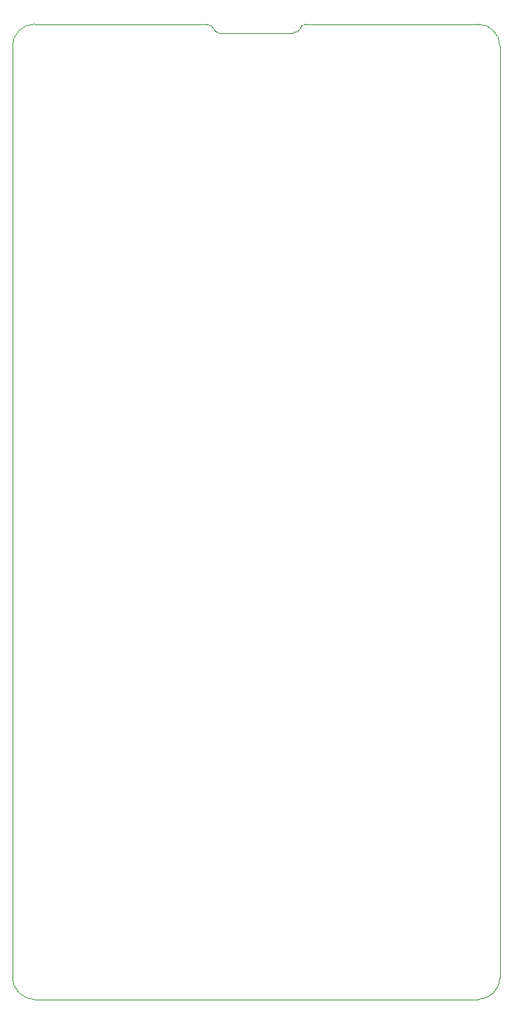
<source format=gm1>
%TF.GenerationSoftware,KiCad,Pcbnew,9.0.6-9.0.6~ubuntu24.04.1*%
%TF.CreationDate,2025-12-31T11:48:36-08:00*%
%TF.ProjectId,Pico-ButtonBoard-v1,5069636f-2d42-4757-9474-6f6e426f6172,1*%
%TF.SameCoordinates,Original*%
%TF.FileFunction,Profile,NP*%
%FSLAX46Y46*%
G04 Gerber Fmt 4.6, Leading zero omitted, Abs format (unit mm)*
G04 Created by KiCad (PCBNEW 9.0.6-9.0.6~ubuntu24.04.1) date 2025-12-31 11:48:36*
%MOMM*%
%LPD*%
G01*
G04 APERTURE LIST*
%TA.AperFunction,Profile*%
%ADD10C,0.050000*%
%TD*%
G04 APERTURE END LIST*
D10*
X178435000Y-180975000D02*
G75*
G02*
X175895000Y-178435000I0J2540000D01*
G01*
X208978662Y-69441950D02*
G75*
G02*
X209465201Y-69215001I486538J-408050D01*
G01*
X178435000Y-69215000D02*
X198204799Y-69215000D01*
X209465201Y-69215000D02*
X229235000Y-69215000D01*
X198204799Y-69215000D02*
G75*
G02*
X198691339Y-69441950I1J-635000D01*
G01*
X231775000Y-71755000D02*
X231775000Y-178435000D01*
X229235000Y-69215000D02*
G75*
G02*
X231775000Y-71755000I0J-2540000D01*
G01*
X231775000Y-178435000D02*
G75*
G02*
X229235000Y-180975000I-2540000J0D01*
G01*
X198691338Y-69441950D02*
X199199662Y-70048050D01*
X175895000Y-71755000D02*
G75*
G02*
X178435000Y-69215000I2540000J0D01*
G01*
X175895000Y-178435000D02*
X175895000Y-71755000D01*
X178435000Y-180975000D02*
X229235000Y-180975000D01*
X199686201Y-70275000D02*
G75*
G02*
X199199661Y-70048050I-1J635000D01*
G01*
X207983799Y-70275000D02*
X199686201Y-70275000D01*
X208978662Y-69441950D02*
X208470338Y-70048050D01*
X208470338Y-70048050D02*
G75*
G02*
X207983799Y-70274999I-486538J408050D01*
G01*
M02*

</source>
